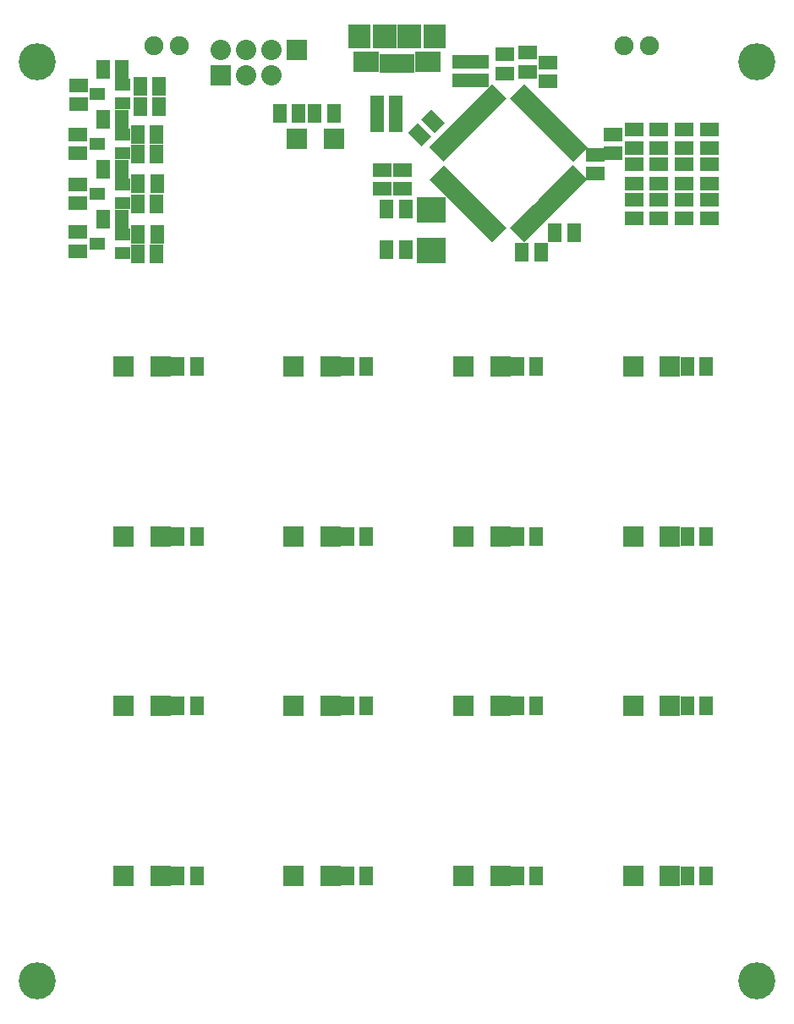
<source format=gts>
G04 (created by PCBNEW (2013-mar-30)-stable) date Wed 12 Jun 2013 19:44:47 BST*
%MOIN*%
G04 Gerber Fmt 3.4, Leading zero omitted, Abs format*
%FSLAX34Y34*%
G01*
G70*
G90*
G04 APERTURE LIST*
%ADD10C,0*%
%ADD11C,0.145984*%
%ADD12R,0.0947X0.0947*%
%ADD13R,0.0948X0.0947*%
%ADD14R,0.0907X0.0947*%
%ADD15R,0.1025X0.0829*%
%ADD16R,0.0357X0.073*%
%ADD17R,0.0790551X0.0829921*%
%ADD18R,0.08X0.08*%
%ADD19R,0.1144X0.0987*%
%ADD20C,0.08*%
%ADD21R,0.0594X0.0476*%
%ADD22C,0.075*%
%ADD23R,0.075X0.055*%
%ADD24R,0.055X0.075*%
G04 APERTURE END LIST*
G54D10*
G54D11*
X62814Y-59606D03*
X34468Y-59606D03*
X62814Y-23385D03*
G54D12*
X49113Y-22400D03*
G54D13*
X48169Y-22400D03*
G54D14*
X47145Y-22400D03*
G54D15*
X49861Y-23404D03*
G54D16*
X49152Y-23454D03*
X48896Y-23454D03*
X48641Y-23454D03*
X48386Y-23454D03*
X48130Y-23454D03*
G54D15*
X47421Y-23404D03*
G54D14*
X50137Y-22400D03*
G54D17*
X37874Y-55472D03*
X39330Y-55472D03*
X57952Y-55472D03*
X59409Y-55472D03*
X37874Y-48779D03*
X39330Y-48779D03*
X57952Y-48779D03*
X59409Y-48779D03*
X37874Y-42086D03*
X39330Y-42086D03*
X57952Y-42086D03*
X59409Y-42086D03*
X37874Y-35393D03*
X39330Y-35393D03*
X57952Y-35393D03*
X59409Y-35393D03*
X44694Y-26417D03*
X46151Y-26417D03*
G54D18*
X44685Y-22933D03*
G54D19*
X50003Y-30814D03*
X50003Y-29240D03*
G54D18*
X41677Y-23944D03*
G54D20*
X41677Y-22944D03*
X42677Y-23944D03*
X42677Y-22944D03*
X43677Y-23944D03*
X43677Y-22944D03*
G54D21*
X36822Y-30570D03*
X37822Y-30195D03*
X37822Y-30945D03*
X36822Y-28602D03*
X37822Y-28227D03*
X37822Y-28977D03*
X36822Y-24665D03*
X37822Y-24290D03*
X37822Y-25040D03*
X36822Y-26633D03*
X37822Y-26258D03*
X37822Y-27008D03*
G54D10*
G36*
X54212Y-25954D02*
X54778Y-25388D01*
X55032Y-25643D01*
X54466Y-26208D01*
X54212Y-25954D01*
X54212Y-25954D01*
G37*
G36*
X53989Y-25731D02*
X54555Y-25165D01*
X54809Y-25420D01*
X54244Y-25986D01*
X53989Y-25731D01*
X53989Y-25731D01*
G37*
G36*
X53766Y-25508D02*
X54332Y-24943D01*
X54587Y-25197D01*
X54021Y-25763D01*
X53766Y-25508D01*
X53766Y-25508D01*
G37*
G36*
X53544Y-25286D02*
X54109Y-24720D01*
X54364Y-24974D01*
X53798Y-25540D01*
X53544Y-25286D01*
X53544Y-25286D01*
G37*
G36*
X53321Y-25063D02*
X53887Y-24497D01*
X54141Y-24752D01*
X53575Y-25317D01*
X53321Y-25063D01*
X53321Y-25063D01*
G37*
G36*
X53098Y-24840D02*
X53664Y-24274D01*
X53918Y-24529D01*
X53353Y-25095D01*
X53098Y-24840D01*
X53098Y-24840D01*
G37*
G36*
X54435Y-26177D02*
X55000Y-25611D01*
X55255Y-25865D01*
X54689Y-26431D01*
X54435Y-26177D01*
X54435Y-26177D01*
G37*
G36*
X54657Y-26399D02*
X55223Y-25834D01*
X55478Y-26088D01*
X54912Y-26654D01*
X54657Y-26399D01*
X54657Y-26399D01*
G37*
G36*
X54880Y-26622D02*
X55446Y-26056D01*
X55700Y-26311D01*
X55135Y-26877D01*
X54880Y-26622D01*
X54880Y-26622D01*
G37*
G36*
X55103Y-26845D02*
X55669Y-26279D01*
X55923Y-26534D01*
X55357Y-27099D01*
X55103Y-26845D01*
X55103Y-26845D01*
G37*
G36*
X55326Y-27068D02*
X55891Y-26502D01*
X56146Y-26756D01*
X55580Y-27322D01*
X55326Y-27068D01*
X55326Y-27068D01*
G37*
G36*
X51030Y-29136D02*
X51596Y-28570D01*
X51850Y-28825D01*
X51284Y-29390D01*
X51030Y-29136D01*
X51030Y-29136D01*
G37*
G36*
X50807Y-28913D02*
X51373Y-28347D01*
X51627Y-28602D01*
X51062Y-29168D01*
X50807Y-28913D01*
X50807Y-28913D01*
G37*
G36*
X50584Y-28690D02*
X51150Y-28125D01*
X51405Y-28379D01*
X50839Y-28945D01*
X50584Y-28690D01*
X50584Y-28690D01*
G37*
G36*
X50362Y-28468D02*
X50927Y-27902D01*
X51182Y-28156D01*
X50616Y-28722D01*
X50362Y-28468D01*
X50362Y-28468D01*
G37*
G36*
X50139Y-28245D02*
X50705Y-27679D01*
X50959Y-27934D01*
X50393Y-28499D01*
X50139Y-28245D01*
X50139Y-28245D01*
G37*
G36*
X49916Y-28022D02*
X50482Y-27456D01*
X50736Y-27711D01*
X50171Y-28277D01*
X49916Y-28022D01*
X49916Y-28022D01*
G37*
G36*
X51253Y-29359D02*
X51818Y-28793D01*
X52073Y-29047D01*
X51507Y-29613D01*
X51253Y-29359D01*
X51253Y-29359D01*
G37*
G36*
X51475Y-29581D02*
X52041Y-29016D01*
X52296Y-29270D01*
X51730Y-29836D01*
X51475Y-29581D01*
X51475Y-29581D01*
G37*
G36*
X51698Y-29804D02*
X52264Y-29238D01*
X52518Y-29493D01*
X51953Y-30059D01*
X51698Y-29804D01*
X51698Y-29804D01*
G37*
G36*
X51921Y-30027D02*
X52487Y-29461D01*
X52741Y-29716D01*
X52175Y-30281D01*
X51921Y-30027D01*
X51921Y-30027D01*
G37*
G36*
X52144Y-30250D02*
X52709Y-29684D01*
X52964Y-29938D01*
X52398Y-30504D01*
X52144Y-30250D01*
X52144Y-30250D01*
G37*
G36*
X51030Y-25643D02*
X51284Y-25388D01*
X51850Y-25954D01*
X51596Y-26208D01*
X51030Y-25643D01*
X51030Y-25643D01*
G37*
G36*
X54212Y-28825D02*
X54466Y-28570D01*
X55032Y-29136D01*
X54778Y-29390D01*
X54212Y-28825D01*
X54212Y-28825D01*
G37*
G36*
X50807Y-25865D02*
X51062Y-25611D01*
X51627Y-26177D01*
X51373Y-26431D01*
X50807Y-25865D01*
X50807Y-25865D01*
G37*
G36*
X53989Y-29047D02*
X54244Y-28793D01*
X54809Y-29359D01*
X54555Y-29613D01*
X53989Y-29047D01*
X53989Y-29047D01*
G37*
G36*
X53766Y-29270D02*
X54021Y-29016D01*
X54587Y-29581D01*
X54332Y-29836D01*
X53766Y-29270D01*
X53766Y-29270D01*
G37*
G36*
X50584Y-26088D02*
X50839Y-25834D01*
X51405Y-26399D01*
X51150Y-26654D01*
X50584Y-26088D01*
X50584Y-26088D01*
G37*
G36*
X50362Y-26311D02*
X50616Y-26056D01*
X51182Y-26622D01*
X50927Y-26877D01*
X50362Y-26311D01*
X50362Y-26311D01*
G37*
G36*
X53544Y-29493D02*
X53798Y-29238D01*
X54364Y-29804D01*
X54109Y-30059D01*
X53544Y-29493D01*
X53544Y-29493D01*
G37*
G36*
X53321Y-29716D02*
X53575Y-29461D01*
X54141Y-30027D01*
X53887Y-30281D01*
X53321Y-29716D01*
X53321Y-29716D01*
G37*
G36*
X50139Y-26534D02*
X50393Y-26279D01*
X50959Y-26845D01*
X50705Y-27099D01*
X50139Y-26534D01*
X50139Y-26534D01*
G37*
G36*
X49916Y-26756D02*
X50171Y-26502D01*
X50736Y-27068D01*
X50482Y-27322D01*
X49916Y-26756D01*
X49916Y-26756D01*
G37*
G36*
X53098Y-29938D02*
X53353Y-29684D01*
X53918Y-30250D01*
X53664Y-30504D01*
X53098Y-29938D01*
X53098Y-29938D01*
G37*
G36*
X54435Y-28602D02*
X54689Y-28347D01*
X55255Y-28913D01*
X55000Y-29168D01*
X54435Y-28602D01*
X54435Y-28602D01*
G37*
G36*
X51253Y-25420D02*
X51507Y-25165D01*
X52073Y-25731D01*
X51818Y-25986D01*
X51253Y-25420D01*
X51253Y-25420D01*
G37*
G36*
X51475Y-25197D02*
X51730Y-24943D01*
X52296Y-25508D01*
X52041Y-25763D01*
X51475Y-25197D01*
X51475Y-25197D01*
G37*
G36*
X54657Y-28379D02*
X54912Y-28125D01*
X55478Y-28690D01*
X55223Y-28945D01*
X54657Y-28379D01*
X54657Y-28379D01*
G37*
G36*
X54880Y-28156D02*
X55135Y-27902D01*
X55700Y-28468D01*
X55446Y-28722D01*
X54880Y-28156D01*
X54880Y-28156D01*
G37*
G36*
X51698Y-24974D02*
X51953Y-24720D01*
X52518Y-25286D01*
X52264Y-25540D01*
X51698Y-24974D01*
X51698Y-24974D01*
G37*
G36*
X51921Y-24752D02*
X52175Y-24497D01*
X52741Y-25063D01*
X52487Y-25317D01*
X51921Y-24752D01*
X51921Y-24752D01*
G37*
G36*
X55103Y-27934D02*
X55357Y-27679D01*
X55923Y-28245D01*
X55669Y-28499D01*
X55103Y-27934D01*
X55103Y-27934D01*
G37*
G36*
X55326Y-27711D02*
X55580Y-27456D01*
X56146Y-28022D01*
X55891Y-28277D01*
X55326Y-27711D01*
X55326Y-27711D01*
G37*
G36*
X52144Y-24529D02*
X52398Y-24274D01*
X52964Y-24840D01*
X52709Y-25095D01*
X52144Y-24529D01*
X52144Y-24529D01*
G37*
G54D17*
X51259Y-55472D03*
X52716Y-55472D03*
X51259Y-48779D03*
X52716Y-48779D03*
X51259Y-42086D03*
X52716Y-42086D03*
X51259Y-35393D03*
X52716Y-35393D03*
X44566Y-35393D03*
X46023Y-35393D03*
X44566Y-42086D03*
X46023Y-42086D03*
X44566Y-48779D03*
X46023Y-48779D03*
X44566Y-55472D03*
X46023Y-55472D03*
G54D22*
X57594Y-22748D03*
X58594Y-22748D03*
X40043Y-22759D03*
X39043Y-22759D03*
G54D23*
X48064Y-28413D03*
X48064Y-27663D03*
X51909Y-24134D03*
X51909Y-23384D03*
X53807Y-23042D03*
X53807Y-23792D03*
X60944Y-28817D03*
X60944Y-29567D03*
G54D24*
X37796Y-29586D03*
X37046Y-29586D03*
G54D10*
G36*
X49997Y-25279D02*
X50527Y-25809D01*
X50139Y-26198D01*
X49608Y-25668D01*
X49997Y-25279D01*
X49997Y-25279D01*
G37*
G36*
X49467Y-25809D02*
X49997Y-26339D01*
X49608Y-26728D01*
X49078Y-26198D01*
X49467Y-25809D01*
X49467Y-25809D01*
G37*
G54D23*
X51181Y-24134D03*
X51181Y-23384D03*
G54D24*
X48989Y-30811D03*
X48239Y-30811D03*
X45404Y-25440D03*
X46154Y-25440D03*
G54D23*
X52893Y-23859D03*
X52893Y-23109D03*
X58976Y-28189D03*
X58976Y-27439D03*
X57992Y-28189D03*
X57992Y-27439D03*
G54D24*
X55611Y-30133D03*
X54861Y-30133D03*
G54D23*
X36098Y-25079D03*
X36098Y-24329D03*
X58976Y-28817D03*
X58976Y-29567D03*
X57992Y-26812D03*
X57992Y-26062D03*
X48864Y-28413D03*
X48864Y-27663D03*
X59960Y-26812D03*
X59960Y-26062D03*
X57992Y-28817D03*
X57992Y-29567D03*
X36043Y-30847D03*
X36043Y-30097D03*
G54D24*
X47854Y-25799D03*
X48604Y-25799D03*
X44776Y-25440D03*
X44026Y-25440D03*
G54D23*
X36043Y-28977D03*
X36043Y-28227D03*
X59960Y-28817D03*
X59960Y-29567D03*
X58976Y-26812D03*
X58976Y-26062D03*
X36043Y-27008D03*
X36043Y-26258D03*
G54D24*
X54134Y-42086D03*
X53384Y-42086D03*
X40749Y-35393D03*
X39999Y-35393D03*
X47441Y-42086D03*
X46691Y-42086D03*
X54134Y-35393D03*
X53384Y-35393D03*
X60827Y-42086D03*
X60077Y-42086D03*
X60827Y-35393D03*
X60077Y-35393D03*
X39174Y-30964D03*
X38424Y-30964D03*
X47441Y-35393D03*
X46691Y-35393D03*
X37796Y-27618D03*
X37046Y-27618D03*
G54D23*
X54590Y-23428D03*
X54590Y-24178D03*
G54D24*
X39174Y-28996D03*
X38424Y-28996D03*
X60827Y-55472D03*
X60077Y-55472D03*
X40749Y-48779D03*
X39999Y-48779D03*
X54134Y-55472D03*
X53384Y-55472D03*
X47441Y-48779D03*
X46691Y-48779D03*
X54134Y-48779D03*
X53384Y-48779D03*
X60827Y-48779D03*
X60077Y-48779D03*
X47441Y-55472D03*
X46691Y-55472D03*
X40749Y-42086D03*
X39999Y-42086D03*
X40749Y-55472D03*
X39999Y-55472D03*
X38428Y-30188D03*
X39178Y-30188D03*
X38432Y-28204D03*
X39182Y-28204D03*
X39174Y-27027D03*
X38424Y-27027D03*
X38424Y-26248D03*
X39174Y-26248D03*
X39272Y-25157D03*
X38522Y-25157D03*
X38522Y-24370D03*
X39272Y-24370D03*
X47854Y-25099D03*
X48604Y-25099D03*
X37796Y-23681D03*
X37046Y-23681D03*
X37796Y-25649D03*
X37046Y-25649D03*
G54D23*
X60944Y-28189D03*
X60944Y-27439D03*
X60944Y-26812D03*
X60944Y-26062D03*
X59960Y-28189D03*
X59960Y-27439D03*
G54D24*
X54319Y-30909D03*
X53569Y-30909D03*
X48985Y-29192D03*
X48235Y-29192D03*
G54D23*
X57164Y-26263D03*
X57164Y-27013D03*
X56464Y-27063D03*
X56464Y-27813D03*
G54D11*
X34468Y-23385D03*
M02*

</source>
